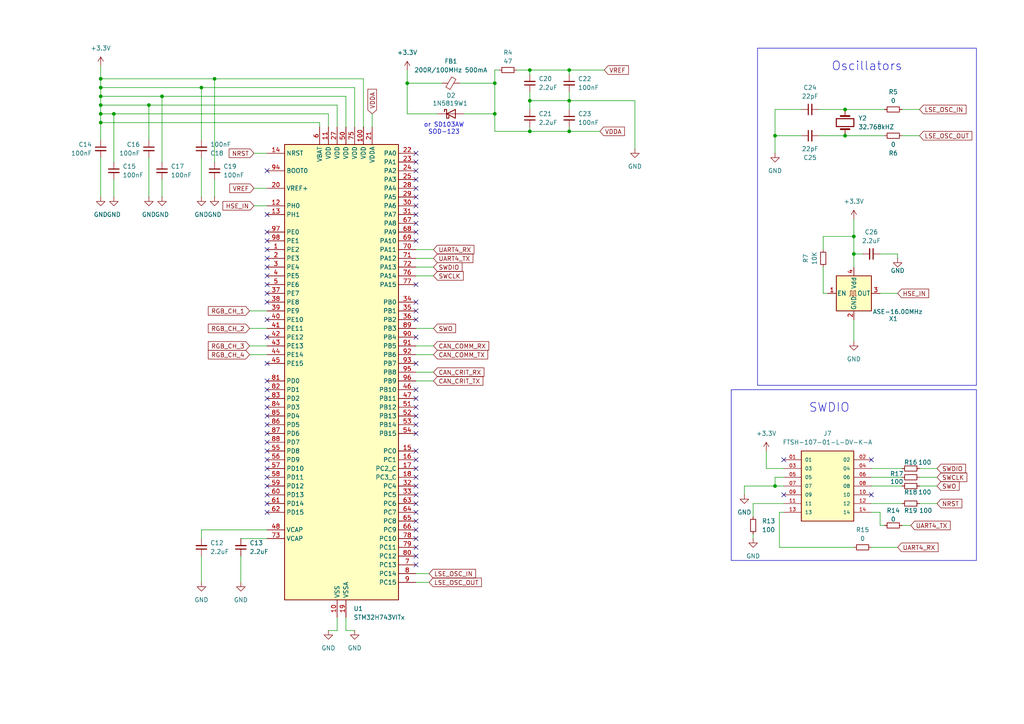
<source format=kicad_sch>
(kicad_sch (version 20231120) (generator "eeschema") (generator_version "8.0")
  (paper "A4")
  (lib_symbols
    (symbol "Device:C_Small" (pin_numbers hide) (pin_names (offset 0.254) hide)
      (property "Reference" "C" (at 0.254 1.778 0))
      (property "Value" "C_Small" (at 0.254 -2.032 0))
      (symbol "C_Small_0_1"
        (polyline (pts (xy -1.524 -0.508) (xy 1.524 -0.508)) (stroke (width 0.3302)))
        (polyline (pts (xy -1.524 0.508) (xy 1.524 0.508)) (stroke (width 0.3048)))
      )
      (symbol "C_Small_1_1"
        (pin passive line (at 0 2.54 270) (length 2.032) (name "~") (number "1"))
        (pin passive line (at 0 -2.54 90) (length 2.032) (name "~") (number "2"))
      )
    )
    (symbol "Device:Crystal" (pin_numbers hide) (pin_names (offset 1.016) hide)
      (property "Reference" "Y" (at 0 3.81 0))
      (property "Value" "Crystal" (at 0 -3.81 0))
      (symbol "Crystal_0_1"
        (rectangle (start -1.143 2.54) (end 1.143 -2.54) (stroke (width 0.3048)))
        (polyline (pts (xy -2.54 0) (xy -1.905 0)))
        (polyline (pts (xy -1.905 -1.27) (xy -1.905 1.27)) (stroke (width 0.508)))
        (polyline (pts (xy 1.905 -1.27) (xy 1.905 1.27)) (stroke (width 0.508)))
        (polyline (pts (xy 2.54 0) (xy 1.905 0)))
      )
      (symbol "Crystal_1_1"
        (pin passive line (at -3.81 0 0) (length 1.27) (name "1") (number "1"))
        (pin passive line (at 3.81 0 180) (length 1.27) (name "2") (number "2"))
      )
    )
    (symbol "Device:FerriteBead_Small" (pin_numbers hide) (pin_names (offset 0))
      (property "Reference" "FB" (at 1.905 1.27 0))
      (property "Value" "FerriteBead_Small" (at 1.905 -1.27 0))
      (symbol "FerriteBead_Small_0_1"
        (polyline (pts (xy 0 -1.27) (xy 0 -0.7874)))
        (polyline (pts (xy 0 0.889) (xy 0 1.2954)))
        (polyline (pts (xy -1.8288 0.2794) (xy -1.1176 1.4986) (xy 1.8288 -0.2032) (xy 1.1176 -1.4224) (xy -1.8288 0.2794)))
      )
      (symbol "FerriteBead_Small_1_1"
        (pin passive line (at 0 2.54 270) (length 1.27) (name "~") (number "1"))
        (pin passive line (at 0 -2.54 90) (length 1.27) (name "~") (number "2"))
      )
    )
    (symbol "Device:R_Small" (pin_numbers hide) (pin_names (offset 0.254) hide)
      (property "Reference" "R" (at 0.762 0.508 0))
      (property "Value" "R_Small" (at 0.762 -1.016 0))
      (symbol "R_Small_0_1"
        (rectangle (start -0.762 1.778) (end 0.762 -1.778) (stroke (width 0.2032)))
      )
      (symbol "R_Small_1_1"
        (pin passive line (at 0 2.54 270) (length 0.762) (name "~") (number "1"))
        (pin passive line (at 0 -2.54 90) (length 0.762) (name "~") (number "2"))
      )
    )
    (symbol "Diode:1N5819WS" (pin_numbers hide) (pin_names (offset 1.016) hide)
      (property "Reference" "D" (at 0 2.54 0))
      (property "Value" "1N5819WS" (at 0 -2.54 0))
      (symbol "1N5819WS_0_1"
        (polyline (pts (xy 1.27 0) (xy -1.27 0)))
        (polyline (pts (xy 1.27 1.27) (xy 1.27 -1.27) (xy -1.27 0) (xy 1.27 1.27)) (stroke (width 0.254)))
        (polyline (pts (xy -1.905 0.635) (xy -1.905 1.27) (xy -1.27 1.27) (xy -1.27 -1.27) (xy -0.635 -1.27) (xy -0.635 -0.635)) (stroke (width 0.254)))
      )
      (symbol "1N5819WS_1_1"
        (pin passive line (at -3.81 0 0) (length 2.54) (name "K") (number "1"))
        (pin passive line (at 3.81 0 180) (length 2.54) (name "A") (number "2"))
      )
    )
    (symbol "FTSH-107-01-L-DV-K-A_1" (pin_names (offset 1.016))
      (property "Reference" "J" (at -7.62 10.16 0))
      (property "Value" "FTSH-107-01-L-DV-K-A" (at -7.62 -12.7 0))
      (symbol "FTSH-107-01-L-DV-K-A_1_0_0"
        (rectangle (start -7.62 -10.16) (end 7.6 10.16) (stroke (width 0.254)) (fill (type background)))
        (pin passive line (at -12.7 7.62 0) (length 5.08) (name "01") (number "01"))
        (pin passive line (at 12.7 7.62 180) (length 5.08) (name "02") (number "02"))
        (pin passive line (at -12.7 5.08 0) (length 5.08) (name "03") (number "03"))
        (pin passive line (at 12.7 5.08 180) (length 5.08) (name "04") (number "04"))
        (pin passive line (at -12.7 2.54 0) (length 5.08) (name "05") (number "05"))
        (pin passive line (at 12.7 2.54 180) (length 5.08) (name "06") (number "06"))
        (pin passive line (at -12.7 0 0) (length 5.08) (name "07") (number "07"))
        (pin passive line (at 12.7 0 180) (length 5.08) (name "08") (number "08"))
        (pin passive line (at -12.7 -2.54 0) (length 5.08) (name "09") (number "09"))
        (pin passive line (at 12.7 -2.54 180) (length 5.08) (name "10") (number "10"))
        (pin passive line (at -12.7 -5.08 0) (length 5.08) (name "11") (number "11"))
        (pin passive line (at 12.7 -5.08 180) (length 5.08) (name "12") (number "12"))
        (pin passive line (at -12.7 -7.62 0) (length 5.08) (name "13") (number "13"))
        (pin passive line (at 12.7 -7.62 180) (length 5.08) (name "14") (number "14"))
      )
    )
    (symbol "MCU_ST_STM32H7:STM32H743VITx"
      (property "Reference" "U" (at -15.24 67.31 0))
      (property "Value" "STM32H743VITx" (at 12.7 67.31 0))
      (symbol "STM32H743VITx_0_1"
        (rectangle (start -15.24 -66.04) (end 17.78 66.04) (stroke (width 0.254)) (fill (type background)))
      )
      (symbol "STM32H743VITx_1_1"
        (pin bidirectional line (at -20.32 35.56 0) (length 5.08) (name "PE2") (number "1"))
        (pin power_in line (at 0 -71.12 90) (length 5.08) (name "VSS") (number "10"))
        (pin power_in line (at 7.62 71.12 270) (length 5.08) (name "VDD") (number "100"))
        (pin power_in line (at -2.54 71.12 270) (length 5.08) (name "VDD") (number "11"))
        (pin bidirectional line (at -20.32 48.26 0) (length 5.08) (name "PH0") (number "12"))
        (pin bidirectional line (at -20.32 45.72 0) (length 5.08) (name "PH1") (number "13"))
        (pin input line (at -20.32 63.5 0) (length 5.08) (name "NRST") (number "14"))
        (pin bidirectional line (at 22.86 -22.86 180) (length 5.08) (name "PC0") (number "15"))
        (pin bidirectional line (at 22.86 -25.4 180) (length 5.08) (name "PC1") (number "16"))
        (pin bidirectional line (at 22.86 -27.94 180) (length 5.08) (name "PC2_C") (number "17"))
        (pin bidirectional line (at 22.86 -30.48 180) (length 5.08) (name "PC3_C") (number "18"))
        (pin power_in line (at 2.54 -71.12 90) (length 5.08) (name "VSSA") (number "19"))
        (pin bidirectional line (at -20.32 33.02 0) (length 5.08) (name "PE3") (number "2"))
        (pin input line (at -20.32 53.34 0) (length 5.08) (name "VREF+") (number "20"))
        (pin power_in line (at 10.16 71.12 270) (length 5.08) (name "VDDA") (number "21"))
        (pin bidirectional line (at 22.86 63.5 180) (length 5.08) (name "PA0") (number "22"))
        (pin bidirectional line (at 22.86 60.96 180) (length 5.08) (name "PA1") (number "23"))
        (pin bidirectional line (at 22.86 58.42 180) (length 5.08) (name "PA2") (number "24"))
        (pin bidirectional line (at 22.86 55.88 180) (length 5.08) (name "PA3") (number "25"))
        (pin passive line (at 0 -71.12 90) (length 5.08) hide (name "VSS") (number "26"))
        (pin power_in line (at 0 71.12 270) (length 5.08) (name "VDD") (number "27"))
        (pin bidirectional line (at 22.86 53.34 180) (length 5.08) (name "PA4") (number "28"))
        (pin bidirectional line (at 22.86 50.8 180) (length 5.08) (name "PA5") (number "29"))
        (pin bidirectional line (at -20.32 30.48 0) (length 5.08) (name "PE4") (number "3"))
        (pin bidirectional line (at 22.86 48.26 180) (length 5.08) (name "PA6") (number "30"))
        (pin bidirectional line (at 22.86 45.72 180) (length 5.08) (name "PA7") (number "31"))
        (pin bidirectional line (at 22.86 -33.02 180) (length 5.08) (name "PC4") (number "32"))
        (pin bidirectional line (at 22.86 -35.56 180) (length 5.08) (name "PC5") (number "33"))
        (pin bidirectional line (at 22.86 20.32 180) (length 5.08) (name "PB0") (number "34"))
        (pin bidirectional line (at 22.86 17.78 180) (length 5.08) (name "PB1") (number "35"))
        (pin bidirectional line (at 22.86 15.24 180) (length 5.08) (name "PB2") (number "36"))
        (pin bidirectional line (at -20.32 22.86 0) (length 5.08) (name "PE7") (number "37"))
        (pin bidirectional line (at -20.32 20.32 0) (length 5.08) (name "PE8") (number "38"))
        (pin bidirectional line (at -20.32 17.78 0) (length 5.08) (name "PE9") (number "39"))
        (pin bidirectional line (at -20.32 27.94 0) (length 5.08) (name "PE5") (number "4"))
        (pin bidirectional line (at -20.32 15.24 0) (length 5.08) (name "PE10") (number "40"))
        (pin bidirectional line (at -20.32 12.7 0) (length 5.08) (name "PE11") (number "41"))
        (pin bidirectional line (at -20.32 10.16 0) (length 5.08) (name "PE12") (number "42"))
        (pin bidirectional line (at -20.32 7.62 0) (length 5.08) (name "PE13") (number "43"))
        (pin bidirectional line (at -20.32 5.08 0) (length 5.08) (name "PE14") (number "44"))
        (pin bidirectional line (at -20.32 2.54 0) (length 5.08) (name "PE15") (number "45"))
        (pin bidirectional line (at 22.86 -5.08 180) (length 5.08) (name "PB10") (number "46"))
        (pin bidirectional line (at 22.86 -7.62 180) (length 5.08) (name "PB11") (number "47"))
        (pin power_out line (at -20.32 -45.72 0) (length 5.08) (name "VCAP") (number "48"))
        (pin passive line (at 0 -71.12 90) (length 5.08) hide (name "VSS") (number "49"))
        (pin bidirectional line (at -20.32 25.4 0) (length 5.08) (name "PE6") (number "5"))
        (pin power_in line (at 2.54 71.12 270) (length 5.08) (name "VDD") (number "50"))
        (pin bidirectional line (at 22.86 -10.16 180) (length 5.08) (name "PB12") (number "51"))
        (pin bidirectional line (at 22.86 -12.7 180) (length 5.08) (name "PB13") (number "52"))
        (pin bidirectional line (at 22.86 -15.24 180) (length 5.08) (name "PB14") (number "53"))
        (pin bidirectional line (at 22.86 -17.78 180) (length 5.08) (name "PB15") (number "54"))
        (pin bidirectional line (at -20.32 -22.86 0) (length 5.08) (name "PD8") (number "55"))
        (pin bidirectional line (at -20.32 -25.4 0) (length 5.08) (name "PD9") (number "56"))
        (pin bidirectional line (at -20.32 -27.94 0) (length 5.08) (name "PD10") (number "57"))
        (pin bidirectional line (at -20.32 -30.48 0) (length 5.08) (name "PD11") (number "58"))
        (pin bidirectional line (at -20.32 -33.02 0) (length 5.08) (name "PD12") (number "59"))
        (pin power_in line (at -5.08 71.12 270) (length 5.08) (name "VBAT") (number "6"))
        (pin bidirectional line (at -20.32 -35.56 0) (length 5.08) (name "PD13") (number "60"))
        (pin bidirectional line (at -20.32 -38.1 0) (length 5.08) (name "PD14") (number "61"))
        (pin bidirectional line (at -20.32 -40.64 0) (length 5.08) (name "PD15") (number "62"))
        (pin bidirectional line (at 22.86 -38.1 180) (length 5.08) (name "PC6") (number "63"))
        (pin bidirectional line (at 22.86 -40.64 180) (length 5.08) (name "PC7") (number "64"))
        (pin bidirectional line (at 22.86 -43.18 180) (length 5.08) (name "PC8") (number "65"))
        (pin bidirectional line (at 22.86 -45.72 180) (length 5.08) (name "PC9") (number "66"))
        (pin bidirectional line (at 22.86 43.18 180) (length 5.08) (name "PA8") (number "67"))
        (pin bidirectional line (at 22.86 40.64 180) (length 5.08) (name "PA9") (number "68"))
        (pin bidirectional line (at 22.86 38.1 180) (length 5.08) (name "PA10") (number "69"))
        (pin bidirectional line (at 22.86 -55.88 180) (length 5.08) (name "PC13") (number "7"))
        (pin bidirectional line (at 22.86 35.56 180) (length 5.08) (name "PA11") (number "70"))
        (pin bidirectional line (at 22.86 33.02 180) (length 5.08) (name "PA12") (number "71"))
        (pin bidirectional line (at 22.86 30.48 180) (length 5.08) (name "PA13") (number "72"))
        (pin power_out line (at -20.32 -48.26 0) (length 5.08) (name "VCAP") (number "73"))
        (pin passive line (at 0 -71.12 90) (length 5.08) hide (name "VSS") (number "74"))
        (pin power_in line (at 5.08 71.12 270) (length 5.08) (name "VDD") (number "75"))
        (pin bidirectional line (at 22.86 27.94 180) (length 5.08) (name "PA14") (number "76"))
        (pin bidirectional line (at 22.86 25.4 180) (length 5.08) (name "PA15") (number "77"))
        (pin bidirectional line (at 22.86 -48.26 180) (length 5.08) (name "PC10") (number "78"))
        (pin bidirectional line (at 22.86 -50.8 180) (length 5.08) (name "PC11") (number "79"))
        (pin bidirectional line (at 22.86 -58.42 180) (length 5.08) (name "PC14") (number "8"))
        (pin bidirectional line (at 22.86 -53.34 180) (length 5.08) (name "PC12") (number "80"))
        (pin bidirectional line (at -20.32 -2.54 0) (length 5.08) (name "PD0") (number "81"))
        (pin bidirectional line (at -20.32 -5.08 0) (length 5.08) (name "PD1") (number "82"))
        (pin bidirectional line (at -20.32 -7.62 0) (length 5.08) (name "PD2") (number "83"))
        (pin bidirectional line (at -20.32 -10.16 0) (length 5.08) (name "PD3") (number "84"))
        (pin bidirectional line (at -20.32 -12.7 0) (length 5.08) (name "PD4") (number "85"))
        (pin bidirectional line (at -20.32 -15.24 0) (length 5.08) (name "PD5") (number "86"))
        (pin bidirectional line (at -20.32 -17.78 0) (length 5.08) (name "PD6") (number "87"))
        (pin bidirectional line (at -20.32 -20.32 0) (length 5.08) (name "PD7") (number "88"))
        (pin bidirectional line (at 22.86 12.7 180) (length 5.08) (name "PB3") (number "89"))
        (pin bidirectional line (at 22.86 -60.96 180) (length 5.08) (name "PC15") (number "9"))
        (pin bidirectional line (at 22.86 10.16 180) (length 5.08) (name "PB4") (number "90"))
        (pin bidirectional line (at 22.86 7.62 180) (length 5.08) (name "PB5") (number "91"))
        (pin bidirectional line (at 22.86 5.08 180) (length 5.08) (name "PB6") (number "92"))
        (pin bidirectional line (at 22.86 2.54 180) (length 5.08) (name "PB7") (number "93"))
        (pin input line (at -20.32 58.42 0) (length 5.08) (name "BOOT0") (number "94"))
        (pin bidirectional line (at 22.86 0 180) (length 5.08) (name "PB8") (number "95"))
        (pin bidirectional line (at 22.86 -2.54 180) (length 5.08) (name "PB9") (number "96"))
        (pin bidirectional line (at -20.32 40.64 0) (length 5.08) (name "PE0") (number "97"))
        (pin bidirectional line (at -20.32 38.1 0) (length 5.08) (name "PE1") (number "98"))
        (pin passive line (at 0 -71.12 90) (length 5.08) hide (name "VSS") (number "99"))
      )
    )
    (symbol "Oscillator:ASE-xxxMHz" (pin_names (offset 0.254))
      (property "Reference" "X" (at -5.08 6.35 0))
      (property "Value" "ASE-xxxMHz" (at 1.27 -6.35 0))
      (symbol "ASE-xxxMHz_0_1"
        (rectangle (start -5.08 5.08) (end 5.08 -5.08) (stroke (width 0.254)) (fill (type background)))
        (polyline (pts (xy -1.27 -0.762) (xy -1.016 -0.762) (xy -1.016 0.762) (xy -0.508 0.762) (xy -0.508 -0.762) (xy 0 -0.762) (xy 0 0.762) (xy 0.508 0.762) (xy 0.508 -0.762) (xy 0.762 -0.762)))
      )
      (symbol "ASE-xxxMHz_1_1"
        (pin input line (at -7.62 0 0) (length 2.54) (name "EN") (number "1"))
        (pin power_in line (at 0 -7.62 90) (length 2.54) (name "GND") (number "2"))
        (pin output line (at 7.62 0 180) (length 2.54) (name "OUT") (number "3"))
        (pin power_in line (at 0 7.62 270) (length 2.54) (name "Vdd") (number "4"))
      )
    )
    (symbol "power:+3.3V" (power) (pin_numbers hide) (pin_names (offset 0) hide)
      (property "Value" "+3.3V" (at 0 3.556 0))
      (symbol "+3.3V_0_1"
        (polyline (pts (xy -0.762 1.27) (xy 0 2.54)))
        (polyline (pts (xy 0 0) (xy 0 2.54)))
        (polyline (pts (xy 0 2.54) (xy 0.762 1.27)))
      )
      (symbol "+3.3V_1_1"
        (pin power_in line (at 0 0 90) (length 0) (name "~") (number "1"))
      )
    )
    (symbol "power:GND" (power) (pin_numbers hide) (pin_names (offset 0) hide)
      (property "Value" "GND" (at 0 -3.81 0))
      (symbol "GND_0_1"
        (polyline (pts (xy 0 0) (xy 0 -1.27) (xy 1.27 -1.27) (xy 0 -2.54) (xy -1.27 -1.27) (xy 0 -1.27)))
      )
      (symbol "GND_1_1"
        (pin power_in line (at 0 0 270) (length 0) (name "~") (number "1"))
      )
    )
  )
  (junction (at 224.79 140.97))
  (junction (at 153.67 29.21))
  (junction (at 247.65 68.58))
  (junction (at 143.51 33.02))
  (junction (at 29.21 25.4))
  (junction (at 43.18 30.48))
  (junction (at 29.21 27.94))
  (junction (at 224.79 39.37))
  (junction (at 143.51 24.13))
  (junction (at 62.23 22.86))
  (junction (at 29.21 22.86))
  (junction (at 247.65 73.66))
  (junction (at 165.1 29.21))
  (junction (at 165.1 20.32))
  (junction (at 29.21 35.56))
  (junction (at 29.21 33.02))
  (junction (at 165.1 38.1))
  (junction (at 33.02 33.02))
  (junction (at 153.67 38.1))
  (junction (at 58.42 25.4))
  (junction (at 245.11 31.75))
  (junction (at 118.11 24.13))
  (junction (at 29.21 30.48))
  (junction (at 245.11 39.37))
  (junction (at 153.67 20.32))
  (junction (at 46.99 27.94))
  (no_connect (at 77.47 146.05))
  (no_connect (at 77.47 130.81))
  (no_connect (at 77.47 110.49))
  (no_connect (at 77.47 138.43))
  (no_connect (at 77.47 69.85))
  (no_connect (at 120.65 148.59))
  (no_connect (at 120.65 97.79))
  (no_connect (at 77.47 82.55))
  (no_connect (at 77.47 118.11))
  (no_connect (at 120.65 44.45))
  (no_connect (at 120.65 57.15))
  (no_connect (at 77.47 115.57))
  (no_connect (at 77.47 135.89))
  (no_connect (at 77.47 97.79))
  (no_connect (at 120.65 113.03))
  (no_connect (at 120.65 123.19))
  (no_connect (at 120.65 90.17))
  (no_connect (at 120.65 82.55))
  (no_connect (at 252.73 133.35))
  (no_connect (at 120.65 140.97))
  (no_connect (at 77.47 49.53))
  (no_connect (at 120.65 135.89))
  (no_connect (at 120.65 92.71))
  (no_connect (at 120.65 153.67))
  (no_connect (at 77.47 133.35))
  (no_connect (at 120.65 120.65))
  (no_connect (at 120.65 151.13))
  (no_connect (at 120.65 130.81))
  (no_connect (at 77.47 125.73))
  (no_connect (at 120.65 49.53))
  (no_connect (at 120.65 52.07))
  (no_connect (at 77.47 143.51))
  (no_connect (at 120.65 133.35))
  (no_connect (at 120.65 161.29))
  (no_connect (at 77.47 105.41))
  (no_connect (at 252.73 143.51))
  (no_connect (at 120.65 118.11))
  (no_connect (at 120.65 67.31))
  (no_connect (at 120.65 115.57))
  (no_connect (at 120.65 46.99))
  (no_connect (at 120.65 64.77))
  (no_connect (at 77.47 67.31))
  (no_connect (at 77.47 128.27))
  (no_connect (at 227.33 133.35))
  (no_connect (at 227.33 143.51))
  (no_connect (at 120.65 138.43))
  (no_connect (at 77.47 140.97))
  (no_connect (at 120.65 146.05))
  (no_connect (at 77.47 87.63))
  (no_connect (at 120.65 156.21))
  (no_connect (at 120.65 69.85))
  (no_connect (at 77.47 74.93))
  (no_connect (at 77.47 148.59))
  (no_connect (at 120.65 125.73))
  (no_connect (at 77.47 77.47))
  (no_connect (at 120.65 87.63))
  (no_connect (at 77.47 92.71))
  (no_connect (at 77.47 62.23))
  (no_connect (at 120.65 158.75))
  (no_connect (at 120.65 163.83))
  (no_connect (at 120.65 105.41))
  (no_connect (at 77.47 80.01))
  (no_connect (at 77.47 120.65))
  (no_connect (at 77.47 113.03))
  (no_connect (at 120.65 54.61))
  (no_connect (at 120.65 59.69))
  (no_connect (at 120.65 143.51))
  (no_connect (at 120.65 62.23))
  (no_connect (at 77.47 85.09))
  (no_connect (at 77.47 123.19))
  (no_connect (at 77.47 72.39))
  (wire (pts (xy 252.73 158.75) (xy 260.35 158.75)))
  (wire (pts (xy 29.21 30.48) (xy 29.21 33.02)))
  (wire (pts (xy 118.11 24.13) (xy 118.11 33.02)))
  (wire (pts (xy 165.1 26.67) (xy 165.1 29.21)))
  (wire (pts (xy 120.65 102.87) (xy 125.73 102.87)))
  (wire (pts (xy 240.03 85.09) (xy 238.76 85.09)))
  (wire (pts (xy 100.33 27.94) (xy 46.99 27.94)))
  (wire (pts (xy 118.11 33.02) (xy 127 33.02)))
  (wire (pts (xy 29.21 33.02) (xy 33.02 33.02)))
  (wire (pts (xy 100.33 36.83) (xy 100.33 27.94)))
  (wire (pts (xy 33.02 33.02) (xy 33.02 46.99)))
  (wire (pts (xy 120.65 100.33) (xy 125.73 100.33)))
  (wire (pts (xy 120.65 107.95) (xy 125.73 107.95)))
  (wire (pts (xy 97.79 36.83) (xy 97.79 30.48)))
  (wire (pts (xy 92.71 35.56) (xy 92.71 36.83)))
  (wire (pts (xy 72.39 100.33) (xy 77.47 100.33)))
  (wire (pts (xy 77.47 153.67) (xy 58.42 153.67)))
  (wire (pts (xy 143.51 20.32) (xy 143.51 24.13)))
  (wire (pts (xy 120.65 95.25) (xy 125.73 95.25)))
  (wire (pts (xy 224.79 31.75) (xy 224.79 39.37)))
  (wire (pts (xy 144.78 20.32) (xy 143.51 20.32)))
  (wire (pts (xy 224.79 39.37) (xy 224.79 44.45)))
  (wire (pts (xy 149.86 20.32) (xy 153.67 20.32)))
  (wire (pts (xy 73.66 54.61) (xy 77.47 54.61)))
  (wire (pts (xy 29.21 35.56) (xy 92.71 35.56)))
  (wire (pts (xy 247.65 68.58) (xy 247.65 63.5)))
  (wire (pts (xy 97.79 182.88) (xy 95.25 182.88)))
  (wire (pts (xy 215.9 140.97) (xy 224.79 140.97)))
  (wire (pts (xy 33.02 52.07) (xy 33.02 57.15)))
  (wire (pts (xy 266.7 146.05) (xy 271.78 146.05)))
  (wire (pts (xy 120.65 168.91) (xy 124.46 168.91)))
  (wire (pts (xy 271.78 140.97) (xy 266.7 140.97)))
  (wire (pts (xy 100.33 179.07) (xy 100.33 182.88)))
  (wire (pts (xy 252.73 138.43) (xy 261.62 138.43)))
  (wire (pts (xy 252.73 148.59) (xy 255.27 148.59)))
  (wire (pts (xy 165.1 20.32) (xy 175.26 20.32)))
  (wire (pts (xy 97.79 179.07) (xy 97.79 182.88)))
  (wire (pts (xy 245.11 39.37) (xy 256.54 39.37)))
  (wire (pts (xy 77.47 156.21) (xy 69.85 156.21)))
  (wire (pts (xy 184.15 43.18) (xy 184.15 29.21)))
  (wire (pts (xy 95.25 36.83) (xy 95.25 33.02)))
  (wire (pts (xy 165.1 38.1) (xy 165.1 36.83)))
  (wire (pts (xy 218.44 156.21) (xy 218.44 154.94)))
  (wire (pts (xy 184.15 29.21) (xy 165.1 29.21)))
  (wire (pts (xy 255.27 148.59) (xy 255.27 152.4)))
  (wire (pts (xy 100.33 182.88) (xy 102.87 182.88)))
  (wire (pts (xy 165.1 29.21) (xy 165.1 31.75)))
  (wire (pts (xy 97.79 30.48) (xy 43.18 30.48)))
  (wire (pts (xy 58.42 25.4) (xy 29.21 25.4)))
  (wire (pts (xy 143.51 33.02) (xy 143.51 24.13)))
  (wire (pts (xy 46.99 27.94) (xy 29.21 27.94)))
  (wire (pts (xy 72.39 95.25) (xy 77.47 95.25)))
  (wire (pts (xy 238.76 68.58) (xy 247.65 68.58)))
  (wire (pts (xy 227.33 140.97) (xy 224.79 140.97)))
  (wire (pts (xy 29.21 27.94) (xy 29.21 30.48)))
  (wire (pts (xy 252.73 140.97) (xy 261.62 140.97)))
  (wire (pts (xy 227.33 148.59) (xy 226.06 148.59)))
  (wire (pts (xy 271.78 135.89) (xy 266.7 135.89)))
  (wire (pts (xy 62.23 22.86) (xy 29.21 22.86)))
  (wire (pts (xy 153.67 38.1) (xy 153.67 36.83)))
  (wire (pts (xy 46.99 52.07) (xy 46.99 57.15)))
  (wire (pts (xy 238.76 85.09) (xy 238.76 77.47)))
  (wire (pts (xy 153.67 20.32) (xy 165.1 20.32)))
  (wire (pts (xy 238.76 72.39) (xy 238.76 68.58)))
  (wire (pts (xy 153.67 26.67) (xy 153.67 29.21)))
  (wire (pts (xy 62.23 22.86) (xy 62.23 46.99)))
  (wire (pts (xy 107.95 33.02) (xy 107.95 36.83)))
  (wire (pts (xy 218.44 146.05) (xy 227.33 146.05)))
  (wire (pts (xy 95.25 33.02) (xy 33.02 33.02)))
  (wire (pts (xy 143.51 38.1) (xy 153.67 38.1)))
  (wire (pts (xy 218.44 146.05) (xy 218.44 149.86)))
  (wire (pts (xy 73.66 44.45) (xy 77.47 44.45)))
  (wire (pts (xy 102.87 25.4) (xy 58.42 25.4)))
  (wire (pts (xy 264.16 152.4) (xy 261.62 152.4)))
  (wire (pts (xy 29.21 22.86) (xy 29.21 25.4)))
  (wire (pts (xy 224.79 39.37) (xy 232.41 39.37)))
  (wire (pts (xy 237.49 39.37) (xy 245.11 39.37)))
  (wire (pts (xy 120.65 80.01) (xy 125.73 80.01)))
  (wire (pts (xy 134.62 33.02) (xy 143.51 33.02)))
  (wire (pts (xy 58.42 25.4) (xy 58.42 40.64)))
  (wire (pts (xy 118.11 20.32) (xy 118.11 24.13)))
  (wire (pts (xy 256.54 152.4) (xy 255.27 152.4)))
  (wire (pts (xy 43.18 30.48) (xy 29.21 30.48)))
  (wire (pts (xy 215.9 140.97) (xy 215.9 143.51)))
  (wire (pts (xy 120.65 74.93) (xy 125.73 74.93)))
  (wire (pts (xy 153.67 38.1) (xy 165.1 38.1)))
  (wire (pts (xy 261.62 39.37) (xy 266.7 39.37)))
  (wire (pts (xy 247.65 68.58) (xy 247.65 73.66)))
  (wire (pts (xy 232.41 31.75) (xy 224.79 31.75)))
  (wire (pts (xy 105.41 36.83) (xy 105.41 22.86)))
  (wire (pts (xy 43.18 30.48) (xy 43.18 40.64)))
  (wire (pts (xy 120.65 77.47) (xy 125.73 77.47)))
  (wire (pts (xy 245.11 31.75) (xy 256.54 31.75)))
  (wire (pts (xy 62.23 52.07) (xy 62.23 57.15)))
  (wire (pts (xy 43.18 45.72) (xy 43.18 57.15)))
  (wire (pts (xy 247.65 77.47) (xy 247.65 73.66)))
  (wire (pts (xy 252.73 135.89) (xy 261.62 135.89)))
  (wire (pts (xy 247.65 92.71) (xy 247.65 99.06)))
  (wire (pts (xy 143.51 33.02) (xy 143.51 38.1)))
  (wire (pts (xy 224.79 138.43) (xy 227.33 138.43)))
  (wire (pts (xy 29.21 35.56) (xy 29.21 40.64)))
  (wire (pts (xy 72.39 90.17) (xy 77.47 90.17)))
  (wire (pts (xy 153.67 29.21) (xy 153.67 31.75)))
  (wire (pts (xy 120.65 166.37) (xy 124.46 166.37)))
  (wire (pts (xy 29.21 25.4) (xy 29.21 27.94)))
  (wire (pts (xy 255.27 73.66) (xy 260.35 73.66)))
  (wire (pts (xy 102.87 36.83) (xy 102.87 25.4)))
  (wire (pts (xy 120.65 72.39) (xy 125.73 72.39)))
  (wire (pts (xy 165.1 20.32) (xy 165.1 21.59)))
  (wire (pts (xy 224.79 140.97) (xy 224.79 138.43)))
  (wire (pts (xy 128.27 24.13) (xy 118.11 24.13)))
  (wire (pts (xy 271.78 138.43) (xy 266.7 138.43)))
  (wire (pts (xy 260.35 73.66) (xy 260.35 74.93)))
  (wire (pts (xy 72.39 102.87) (xy 77.47 102.87)))
  (wire (pts (xy 153.67 29.21) (xy 165.1 29.21)))
  (wire (pts (xy 252.73 146.05) (xy 261.62 146.05)))
  (wire (pts (xy 165.1 38.1) (xy 173.99 38.1)))
  (wire (pts (xy 143.51 24.13) (xy 133.35 24.13)))
  (wire (pts (xy 237.49 31.75) (xy 245.11 31.75)))
  (wire (pts (xy 222.25 135.89) (xy 227.33 135.89)))
  (wire (pts (xy 255.27 85.09) (xy 260.35 85.09)))
  (wire (pts (xy 69.85 161.29) (xy 69.85 168.91)))
  (wire (pts (xy 58.42 168.91) (xy 58.42 161.29)))
  (wire (pts (xy 29.21 45.72) (xy 29.21 57.15)))
  (wire (pts (xy 222.25 130.81) (xy 222.25 135.89)))
  (wire (pts (xy 29.21 33.02) (xy 29.21 35.56)))
  (wire (pts (xy 58.42 45.72) (xy 58.42 57.15)))
  (wire (pts (xy 46.99 27.94) (xy 46.99 46.99)))
  (wire (pts (xy 73.66 59.69) (xy 77.47 59.69)))
  (wire (pts (xy 226.06 148.59) (xy 226.06 158.75)))
  (wire (pts (xy 58.42 153.67) (xy 58.42 156.21)))
  (wire (pts (xy 29.21 19.05) (xy 29.21 22.86)))
  (wire (pts (xy 226.06 158.75) (xy 247.65 158.75)))
  (wire (pts (xy 105.41 22.86) (xy 62.23 22.86)))
  (wire (pts (xy 120.65 110.49) (xy 125.73 110.49)))
  (wire (pts (xy 261.62 31.75) (xy 266.7 31.75)))
  (wire (pts (xy 153.67 20.32) (xy 153.67 21.59)))
  (wire (pts (xy 247.65 73.66) (xy 250.19 73.66)))
  (rectangle (start 212.09 113.03) (end 283.21 162.56))
  (rectangle (start 219.71 13.97) (end 283.21 111.76))
  (text "SWDIO" (at 240.538 118.364 0) (effects (font (size 2.54 2.54))))
  (text "or SD103AW\nSOD-123" (at 128.778 37.338 0) (effects (font (size 1.27 1.27))))
  (text "Oscillators\n" (at 251.46 19.304 0) (effects (font (size 2.54 2.54))))
  (global_label "CAN_CRIT_TX" (shape input) (at 125.73 110.49 0) (property "Intersheetrefs" "${INTERSHEET_REFS}" (effects (hide yes))))
  (global_label "RGB_CH_4" (shape input) (at 72.39 102.87 180) (property "Intersheetrefs" "${INTERSHEET_REFS}" (effects (hide yes))))
  (global_label "SWDIO" (shape input) (at 271.78 135.89 0) (property "Intersheetrefs" "${INTERSHEET_REFS}" (effects (hide yes))))
  (global_label "RGB_CH_2" (shape input) (at 72.39 95.25 180) (property "Intersheetrefs" "${INTERSHEET_REFS}" (effects (hide yes))))
  (global_label "SWO" (shape input) (at 125.73 95.25 0) (property "Intersheetrefs" "${INTERSHEET_REFS}" (effects (hide yes))))
  (global_label "CAN_COMM_RX" (shape input) (at 125.73 100.33 0) (property "Intersheetrefs" "${INTERSHEET_REFS}" (effects (hide yes))))
  (global_label "SWO" (shape input) (at 271.78 140.97 0) (property "Intersheetrefs" "${INTERSHEET_REFS}" (effects (hide yes))))
  (global_label "RGB_CH_3" (shape input) (at 72.39 100.33 180) (property "Intersheetrefs" "${INTERSHEET_REFS}" (effects (hide yes))))
  (global_label "VREF" (shape input) (at 73.66 54.61 180) (property "Intersheetrefs" "${INTERSHEET_REFS}" (effects (hide yes))))
  (global_label "UART4_RX" (shape input) (at 260.35 158.75 0) (property "Intersheetrefs" "${INTERSHEET_REFS}" (effects (hide yes))))
  (global_label "HSE_IN" (shape input) (at 260.35 85.09 0) (property "Intersheetrefs" "${INTERSHEET_REFS}" (effects (hide yes))))
  (global_label "RGB_CH_1" (shape input) (at 72.39 90.17 180) (property "Intersheetrefs" "${INTERSHEET_REFS}" (effects (hide yes))))
  (global_label "VREF" (shape input) (at 175.26 20.32 0) (property "Intersheetrefs" "${INTERSHEET_REFS}" (effects (hide yes))))
  (global_label "NRST" (shape input) (at 271.78 146.05 0) (property "Intersheetrefs" "${INTERSHEET_REFS}" (effects (hide yes))))
  (global_label "VDDA" (shape input) (at 107.95 33.02 90) (property "Intersheetrefs" "${INTERSHEET_REFS}" (effects (hide yes))))
  (global_label "SWDIO" (shape input) (at 125.73 77.47 0) (property "Intersheetrefs" "${INTERSHEET_REFS}" (effects (hide yes))))
  (global_label "SWCLK" (shape input) (at 271.78 138.43 0) (property "Intersheetrefs" "${INTERSHEET_REFS}" (effects (hide yes))))
  (global_label "UART4_TX" (shape input) (at 264.16 152.4 0) (property "Intersheetrefs" "${INTERSHEET_REFS}" (effects (hide yes))))
  (global_label "LSE_OSC_IN" (shape input) (at 124.46 166.37 0) (property "Intersheetrefs" "${INTERSHEET_REFS}" (effects (hide yes))))
  (global_label "LSE_OSC_IN" (shape input) (at 266.7 31.75 0) (property "Intersheetrefs" "${INTERSHEET_REFS}" (effects (hide yes))))
  (global_label "HSE_IN" (shape input) (at 73.66 59.69 180) (property "Intersheetrefs" "${INTERSHEET_REFS}" (effects (hide yes))))
  (global_label "VDDA" (shape input) (at 173.99 38.1 0) (property "Intersheetrefs" "${INTERSHEET_REFS}" (effects (hide yes))))
  (global_label "CAN_CRIT_RX" (shape input) (at 125.73 107.95 0) (property "Intersheetrefs" "${INTERSHEET_REFS}" (effects (hide yes))))
  (global_label "NRST" (shape input) (at 73.66 44.45 180) (property "Intersheetrefs" "${INTERSHEET_REFS}" (effects (hide yes))))
  (global_label "UART4_TX" (shape input) (at 125.73 74.93 0) (property "Intersheetrefs" "${INTERSHEET_REFS}" (effects (hide yes))))
  (global_label "CAN_COMM_TX" (shape input) (at 125.73 102.87 0) (property "Intersheetrefs" "${INTERSHEET_REFS}" (effects (hide yes))))
  (global_label "LSE_OSC_OUT" (shape input) (at 266.7 39.37 0) (property "Intersheetrefs" "${INTERSHEET_REFS}" (effects (hide yes))))
  (global_label "SWCLK" (shape input) (at 125.73 80.01 0) (property "Intersheetrefs" "${INTERSHEET_REFS}" (effects (hide yes))))
  (global_label "LSE_OSC_OUT" (shape input) (at 124.46 168.91 0) (property "Intersheetrefs" "${INTERSHEET_REFS}" (effects (hide yes))))
  (global_label "UART4_RX" (shape input) (at 125.73 72.39 0) (property "Intersheetrefs" "${INTERSHEET_REFS}" (effects (hide yes))))
  (symbol (lib_id "power:GND") (at 218.44 156.21 0) (unit 1)
    (property "Reference" "#PWR061" (effects (hide yes)))
    (property "Value" "GND" (at 218.44 161.29 0))
    (property "Description" "Power symbol creates a global label with name \"GND\" , ground" (effects (hide yes)))
  )
  (symbol (lib_name "FTSH-107-01-L-DV-K-A_1") (lib_id "FTSH-107-01-L-DV-K-A:FTSH-107-01-L-DV-K-A") (at 240.03 140.97 0) (unit 1)
    (property "Reference" "J7" (at 240.02 125.73 0))
    (property "Value" "FTSH-107-01-L-DV-K-A" (at 240.02 128.27 0))
    (property "Footprint" "FTSH:SAMTEC_FTSH-107-01-L-DV-K-A" (effects (hide yes)))
    (property "PARTREV" "H" (effects (hide yes)))
    (property "STANDARD" "Manufacturer Recommendation" (effects (hide yes)))
    (property "MAXIMUM_PACKAGE_HEIGHT" "6.23mm" (effects (hide yes)))
    (property "MANUFACTURER" "Samtec" (effects (hide yes)))
  )
  (symbol (lib_id "Diode:1N5819WS") (at 130.81 33.02 0) (unit 1)
    (property "Reference" "D2" (at 130.81 27.686 0))
    (property "Value" "1N5819W1" (at 130.556 29.972 0))
    (property "Footprint" "Diode_SMD:D_SOD-123" (effects (hide yes)))
    (property "Datasheet" "https://datasheet.lcsc.com/lcsc/2204281430_Guangdong-Hottech-1N5819WS_C191023.pdf" (effects (hide yes)))
    (property "Description" "40V 600mV@1A 1A SOD-323 Schottky Barrier Diodes, SOD-323" (effects (hide yes)))
    (property "LCSC" "C963381" (effects (hide yes)))
    (property "MPN" "1N5819W" (effects (hide yes)))
  )
  (symbol (lib_id "power:+3.3V") (at 118.11 20.32 0) (mirror y) (unit 1)
    (property "Reference" "#PWR027" (effects (hide yes)))
    (property "Value" "+3.3V" (at 118.11 15.24 0))
    (property "Description" "Power symbol creates a global label with name \"+3.3V\"" (effects (hide yes)))
  )
  (symbol (lib_id "power:GND") (at 58.42 168.91 0) (unit 1)
    (property "Reference" "#PWR016" (effects (hide yes)))
    (property "Value" "GND" (at 58.42 173.99 0))
    (property "Description" "Power symbol creates a global label with name \"GND\" , ground" (effects (hide yes)))
  )
  (symbol (lib_id "power:GND") (at 102.87 182.88 0) (unit 1)
    (property "Reference" "#PWR018" (effects (hide yes)))
    (property "Value" "GND" (at 102.87 187.96 0))
    (property "Description" "Power symbol creates a global label with name \"GND\" , ground" (effects (hide yes)))
  )
  (symbol (lib_id "Device:C_Small") (at 58.42 158.75 180) (unit 1)
    (property "Reference" "C12" (at 60.96 157.4735 0) (effects (justify right)))
    (property "Value" "2.2uF" (at 60.96 160.0135 0) (effects (justify right)))
    (property "Footprint" "Capacitor_SMD:C_0603_1608Metric" (effects (hide yes)))
    (property "Description" "Unpolarized capacitor, small symbol" (effects (hide yes)))
    (property "LCSC" "C914769" (effects (hide yes)))
    (property "Manufacturer" "CC0603KRX7R7BB225" (effects (hide yes)))
  )
  (symbol (lib_id "Device:C_Small") (at 46.99 49.53 0) (unit 1)
    (property "Reference" "C17" (at 49.53 48.2662 0) (effects (justify left)))
    (property "Value" "100nF" (at 49.53 50.8062 0) (effects (justify left)))
    (property "Footprint" "Capacitor_SMD:C_0603_1608Metric" (effects (hide yes)))
    (property "Description" "Unpolarized capacitor, small symbol" (effects (hide yes)))
    (property "LCSC" "C91183" (effects (hide yes)))
    (property "Manufacturer" "CC0603JRX7R9BB104" (effects (hide yes)))
  )
  (symbol (lib_id "power:GND") (at 260.35 74.93 0) (unit 1)
    (property "Reference" "#PWR032" (effects (hide yes)))
    (property "Value" "GND" (at 260.35 78.486 0))
    (property "Description" "Power symbol creates a global label with name \"GND\" , ground" (effects (hide yes)))
  )
  (symbol (lib_id "power:+3.3V") (at 29.21 19.05 0) (unit 1)
    (property "Reference" "#PWR019" (effects (hide yes)))
    (property "Value" "+3.3V" (at 29.21 13.97 0))
    (property "Description" "Power symbol creates a global label with name \"+3.3V\"" (effects (hide yes)))
  )
  (symbol (lib_id "Oscillator:ASE-xxxMHz") (at 247.65 85.09 0) (unit 1)
    (property "Reference" "X1" (at 259.08 92.456 0))
    (property "Value" "ASE-16.00MHz" (at 260.35 90.424 0))
    (property "Footprint" "Oscillator:Oscillator_SMD_Abracon_ASE-4Pin_3.2x2.5mm" (effects (hide yes)))
    (property "Datasheet" "http://www.abracon.com/Oscillators/ASV.pdf" (effects (hide yes)))
    (property "Description" "3.3V CMOS SMD Crystal Clock Oscillator, Abracon" (effects (hide yes)))
    (property "LCSC" "C1852578" (effects (hide yes)))
    (property "Manufacturer" "ASEAIG-16.000MHZ-X-K-S-T" (effects (hide yes)))
  )
  (symbol (lib_id "Device:R_Small") (at 259.08 39.37 90) (mirror x) (unit 1)
    (property "Reference" "R6" (at 259.08 44.45 90))
    (property "Value" "0" (at 259.08 41.91 90))
    (property "Footprint" "Resistor_SMD:R_0603_1608Metric" (effects (hide yes)))
    (property "Description" "Resistor, small symbol" (effects (hide yes)))
    (property "LCSC" "C95177" (effects (hide yes)))
    (property "Manufacturer" "RC0603JR-070RL" (effects (hide yes)))
    (property "Comment" "to be selected later" (effects (hide yes)))
  )
  (symbol (lib_id "power:GND") (at 62.23 57.15 0) (unit 1)
    (property "Reference" "#PWR026" (effects (hide yes)))
    (property "Value" "GND" (at 62.23 62.23 0))
    (property "Description" "Power symbol creates a global label with name \"GND\" , ground" (effects (hide yes)))
  )
  (symbol (lib_id "Device:R_Small") (at 264.16 140.97 90) (mirror x) (unit 1)
    (property "Reference" "R18" (at 264.16 142.748 90))
    (property "Value" "100" (at 268.224 142.748 90))
    (property "Footprint" "Resistor_SMD:R_0603_1608Metric" (effects (hide yes)))
    (property "Description" "Resistor, small symbol" (effects (hide yes)))
    (property "Manufacturer" "RT0603BRD07100RL" (effects (hide yes)))
    (property "LCSC" "C122970" (effects (hide yes)))
  )
  (symbol (lib_id "Device:C_Small") (at 33.02 49.53 0) (unit 1)
    (property "Reference" "C15" (at 35.56 48.2662 0) (effects (justify left)))
    (property "Value" "100nF" (at 35.56 50.8062 0) (effects (justify left)))
    (property "Footprint" "Capacitor_SMD:C_0603_1608Metric" (effects (hide yes)))
    (property "Description" "Unpolarized capacitor, small symbol" (effects (hide yes)))
    (property "LCSC" "C91183" (effects (hide yes)))
    (property "Manufacturer" "CC0603JRX7R9BB104" (effects (hide yes)))
  )
  (symbol (lib_id "Device:C_Small") (at 234.95 39.37 90) (mirror x) (unit 1)
    (property "Reference" "C25" (at 234.9563 45.72 90))
    (property "Value" "22pF" (at 234.9563 43.18 90))
    (property "Footprint" "Capacitor_SMD:C_0603_1608Metric" (effects (hide yes)))
    (property "Description" "Unpolarized capacitor, small symbol" (effects (hide yes)))
    (property "LCSC" "C326840" (effects (hide yes)))
    (property "Manufacturer" "CC0603FRNPO9BN220" (effects (hide yes)))
  )
  (symbol (lib_id "Device:C_Small") (at 153.67 24.13 180) (unit 1)
    (property "Reference" "C20" (at 156.21 22.8535 0) (effects (justify right)))
    (property "Value" "2.2uF" (at 156.21 25.3935 0) (effects (justify right)))
    (property "Footprint" "Capacitor_SMD:C_0603_1608Metric" (effects (hide yes)))
    (property "Description" "Unpolarized capacitor, small symbol" (effects (hide yes)))
    (property "LCSC" "C914769" (effects (hide yes)))
    (property "Manufacturer" "CC0603KRX7R7BB225" (effects (hide yes)))
  )
  (symbol (lib_id "Device:C_Small") (at 153.67 34.29 180) (unit 1)
    (property "Reference" "C21" (at 156.21 33.0135 0) (effects (justify right)))
    (property "Value" "2.2uF" (at 156.21 35.5535 0) (effects (justify right)))
    (property "Footprint" "Capacitor_SMD:C_0603_1608Metric" (effects (hide yes)))
    (property "Description" "Unpolarized capacitor, small symbol" (effects (hide yes)))
    (property "LCSC" "C914769" (effects (hide yes)))
    (property "Manufacturer" "CC0603KRX7R7BB225" (effects (hide yes)))
  )
  (symbol (lib_id "power:GND") (at 184.15 43.18 0) (unit 1)
    (property "Reference" "#PWR028" (effects (hide yes)))
    (property "Value" "GND" (at 184.15 48.26 0))
    (property "Description" "Power symbol creates a global label with name \"GND\" , ground" (effects (hide yes)))
  )
  (symbol (lib_id "power:GND") (at 46.99 57.15 0) (unit 1)
    (property "Reference" "#PWR024" (effects (hide yes)))
    (property "Value" "GND" (at 46.99 62.23 0))
    (property "Description" "Power symbol creates a global label with name \"GND\" , ground" (effects (hide yes)))
  )
  (symbol (lib_id "Device:FerriteBead_Small") (at 130.81 24.13 90) (unit 1)
    (property "Reference" "FB1" (at 130.7719 17.78 90))
    (property "Value" "200R/100MHz 500mA" (at 130.7719 20.32 90))
    (property "Footprint" "Inductor_SMD:L_0805_2012Metric" (effects (hide yes)))
    (property "Description" "Ferrite bead, small symbol" (effects (hide yes)))
    (property "LCSC" "C7541655" (effects (hide yes)))
    (property "Model" "YI201209U201-4R0T" (effects (hide yes)))
    (property "MPN" "YI201209U201-4R0T" (effects (hide yes)))
  )
  (symbol (lib_id "Device:Crystal") (at 245.11 35.56 90) (unit 1)
    (property "Reference" "Y2" (at 248.92 34.2899 90) (effects (justify right)))
    (property "Value" "32.768kHZ" (at 248.92 36.8299 90) (effects (justify right)))
    (property "Footprint" "Crystal:Crystal_SMD_3215-2Pin_3.2x1.5mm" (effects (hide yes)))
    (property "Description" "Two pin crystal" (effects (hide yes)))
    (property "LCSC" "C1985604" (effects (hide yes)))
    (property "Manufacturer" "ABS07AIG-32.768KHZ-T" (effects (hide yes)))
    (property "Comment" "Максимално къси пътечки" (effects (hide yes)))
  )
  (symbol (lib_id "Device:R_Small") (at 147.32 20.32 90) (unit 1)
    (property "Reference" "R4" (at 147.32 15.24 90))
    (property "Value" "47" (at 147.32 17.78 90))
    (property "Footprint" "Resistor_SMD:R_0603_1608Metric" (effects (hide yes)))
    (property "Description" "Resistor, small symbol" (effects (hide yes)))
    (property "LCSC" "C326724" (effects (hide yes)))
    (property "Manufacturer" "RT0603BRD0747RL" (effects (hide yes)))
  )
  (symbol (lib_id "Device:C_Small") (at 165.1 24.13 0) (unit 1)
    (property "Reference" "C22" (at 167.64 22.8662 0) (effects (justify left)))
    (property "Value" "100nF" (at 167.64 25.4062 0) (effects (justify left)))
    (property "Footprint" "Capacitor_SMD:C_0603_1608Metric" (effects (hide yes)))
    (property "Description" "Unpolarized capacitor, small symbol" (effects (hide yes)))
    (property "LCSC" "C91183" (effects (hide yes)))
    (property "Manufacturer" "CC0603JRX7R9BB104" (effects (hide yes)))
  )
  (symbol (lib_id "power:GND") (at 29.21 57.15 0) (unit 1)
    (property "Reference" "#PWR021" (effects (hide yes)))
    (property "Value" "GND" (at 29.21 62.23 0))
    (property "Description" "Power symbol creates a global label with name \"GND\" , ground" (effects (hide yes)))
  )
  (symbol (lib_id "power:GND") (at 224.79 44.45 0) (unit 1)
    (property "Reference" "#PWR029" (effects (hide yes)))
    (property "Value" "GND" (at 224.79 49.53 0))
    (property "Description" "Power symbol creates a global label with name \"GND\" , ground" (effects (hide yes)))
  )
  (symbol (lib_id "Device:R_Small") (at 218.44 152.4 0) (unit 1)
    (property "Reference" "R13" (at 220.98 151.1299 0) (effects (justify left)))
    (property "Value" "100" (at 220.98 153.6699 0) (effects (justify left)))
    (property "Footprint" "Resistor_SMD:R_0603_1608Metric" (effects (hide yes)))
    (property "Description" "Resistor, small symbol" (effects (hide yes)))
    (property "Manufacturer" "RT0603BRD07100RL" (effects (hide yes)))
    (property "LCSC" "C122970" (effects (hide yes)))
  )
  (symbol (lib_id "Device:R_Small") (at 259.08 31.75 90) (unit 1)
    (property "Reference" "R5" (at 259.08 26.67 90))
    (property "Value" "0" (at 259.08 29.21 90))
    (property "Footprint" "Resistor_SMD:R_0603_1608Metric" (effects (hide yes)))
    (property "Description" "Resistor, small symbol" (effects (hide yes)))
    (property "LCSC" "C95177" (effects (hide yes)))
    (property "Manufacturer" "RC0603JR-070RL" (effects (hide yes)))
    (property "Comment" "to be selected later" (effects (hide yes)))
  )
  (symbol (lib_id "power:GND") (at 69.85 168.91 0) (unit 1)
    (property "Reference" "#PWR020" (effects (hide yes)))
    (property "Value" "GND" (at 69.85 173.99 0))
    (property "Description" "Power symbol creates a global label with name \"GND\" , ground" (effects (hide yes)))
  )
  (symbol (lib_id "Device:C_Small") (at 69.85 158.75 180) (unit 1)
    (property "Reference" "C13" (at 72.39 157.4735 0) (effects (justify right)))
    (property "Value" "2.2uF" (at 72.39 160.0135 0) (effects (justify right)))
    (property "Footprint" "Capacitor_SMD:C_0603_1608Metric" (effects (hide yes)))
    (property "Description" "Unpolarized capacitor, small symbol" (effects (hide yes)))
    (property "LCSC" "C914769" (effects (hide yes)))
    (property "Manufacturer" "CC0603KRX7R7BB225" (effects (hide yes)))
  )
  (symbol (lib_id "Device:R_Small") (at 238.76 74.93 180) (unit 1)
    (property "Reference" "R7" (at 233.68 74.93 90))
    (property "Value" "10K" (at 236.22 74.93 90))
    (property "Footprint" "Resistor_SMD:R_0805_2012Metric" (effects (hide yes)))
    (property "Description" "Resistor, small symbol" (effects (hide yes)))
    (property "LCSC" "C84376" (effects (hide yes)))
    (property "Manufacturer" "  RC0805FR-0710KL" (effects (hide yes)))
  )
  (symbol (lib_id "power:+3.3V") (at 222.25 130.81 0) (mirror y) (unit 1)
    (property "Reference" "#PWR062" (effects (hide yes)))
    (property "Value" "+3.3V" (at 222.25 125.73 0))
    (property "Description" "Power symbol creates a global label with name \"+3.3V\"" (effects (hide yes)))
  )
  (symbol (lib_id "Device:C_Small") (at 252.73 73.66 270) (unit 1)
    (property "Reference" "C26" (at 252.7236 67.31 90))
    (property "Value" "2.2uF" (at 252.7236 69.85 90))
    (property "Footprint" "Capacitor_SMD:C_0603_1608Metric" (effects (hide yes)))
    (property "Description" "Unpolarized capacitor, small symbol" (effects (hide yes)))
    (property "LCSC" "C914769" (effects (hide yes)))
    (property "Manufacturer" "CC0603KRX7R7BB225" (effects (hide yes)))
  )
  (symbol (lib_id "Device:C_Small") (at 58.42 43.18 0) (mirror x) (unit 1)
    (property "Reference" "C18" (at 60.96 44.4438 0) (effects (justify left)))
    (property "Value" "100nF" (at 60.96 41.9038 0) (effects (justify left)))
    (property "Footprint" "Capacitor_SMD:C_0603_1608Metric" (effects (hide yes)))
    (property "Description" "Unpolarized capacitor, small symbol" (effects (hide yes)))
    (property "LCSC" "C91183" (effects (hide yes)))
    (property "Manufacturer" "CC0603JRX7R9BB104" (effects (hide yes)))
  )
  (symbol (lib_id "Device:C_Small") (at 62.23 49.53 0) (unit 1)
    (property "Reference" "C19" (at 64.77 48.2662 0) (effects (justify left)))
    (property "Value" "100nF" (at 64.77 50.8062 0) (effects (justify left)))
    (property "Footprint" "Capacitor_SMD:C_0603_1608Metric" (effects (hide yes)))
    (property "Description" "Unpolarized capacitor, small symbol" (effects (hide yes)))
    (property "LCSC" "C91183" (effects (hide yes)))
    (property "Manufacturer" "CC0603JRX7R9BB104" (effects (hide yes)))
  )
  (symbol (lib_id "power:GND") (at 33.02 57.15 0) (unit 1)
    (property "Reference" "#PWR022" (effects (hide yes)))
    (property "Value" "GND" (at 33.02 62.23 0))
    (property "Description" "Power symbol creates a global label with name \"GND\" , ground" (effects (hide yes)))
  )
  (symbol (lib_id "Device:R_Small") (at 264.16 146.05 90) (mirror x) (unit 1)
    (property "Reference" "R19" (at 264.16 148.082 90))
    (property "Value" "100" (at 268.478 148.082 90))
    (property "Footprint" "Resistor_SMD:R_0603_1608Metric" (effects (hide yes)))
    (property "Description" "Resistor, small symbol" (effects (hide yes)))
    (property "Manufacturer" "RT0603BRD07100RL" (effects (hide yes)))
    (property "LCSC" "C122970" (effects (hide yes)))
  )
  (symbol (lib_id "Device:R_Small") (at 259.08 152.4 90) (unit 1)
    (property "Reference" "R14" (at 259.08 148.082 90))
    (property "Value" "0" (at 259.08 150.622 90))
    (property "Footprint" "Resistor_SMD:R_0603_1608Metric" (effects (hide yes)))
    (property "Description" "Resistor, small symbol" (effects (hide yes)))
    (property "LCSC" "C95177" (effects (hide yes)))
    (property "Manufacturer" "RC0603JR-070RL" (effects (hide yes)))
    (property "Comment" "to be selected later" (effects (hide yes)))
  )
  (symbol (lib_id "power:+3.3V") (at 247.65 63.5 0) (mirror y) (unit 1)
    (property "Reference" "#PWR030" (effects (hide yes)))
    (property "Value" "+3.3V" (at 247.65 58.42 0))
    (property "Description" "Power symbol creates a global label with name \"+3.3V\"" (effects (hide yes)))
  )
  (symbol (lib_id "power:GND") (at 95.25 182.88 0) (unit 1)
    (property "Reference" "#PWR017" (effects (hide yes)))
    (property "Value" "GND" (at 95.25 187.96 0))
    (property "Description" "Power symbol creates a global label with name \"GND\" , ground" (effects (hide yes)))
  )
  (symbol (lib_id "Device:C_Small") (at 43.18 43.18 0) (mirror y) (unit 1)
    (property "Reference" "C16" (at 40.64 41.9162 0) (effects (justify left)))
    (property "Value" "100nF" (at 40.64 44.4562 0) (effects (justify left)))
    (property "Footprint" "Capacitor_SMD:C_0603_1608Metric" (effects (hide yes)))
    (property "Description" "Unpolarized capacitor, small symbol" (effects (hide yes)))
    (property "LCSC" "C91183" (effects (hide yes)))
    (property "Manufacturer" "CC0603JRX7R9BB104" (effects (hide yes)))
  )
  (symbol (lib_id "Device:C_Small") (at 165.1 34.29 0) (unit 1)
    (property "Reference" "C23" (at 167.64 33.0262 0) (effects (justify left)))
    (property "Value" "100nF" (at 167.64 35.5662 0) (effects (justify left)))
    (property "Footprint" "Capacitor_SMD:C_0603_1608Metric" (effects (hide yes)))
    (property "Description" "Unpolarized capacitor, small symbol" (effects (hide yes)))
    (property "LCSC" "C91183" (effects (hide yes)))
    (property "Manufacturer" "CC0603JRX7R9BB104" (effects (hide yes)))
  )
  (symbol (lib_id "power:GND") (at 247.65 99.06 0) (unit 1)
    (property "Reference" "#PWR031" (effects (hide yes)))
    (property "Value" "GND" (at 247.65 104.14 0))
    (property "Description" "Power symbol creates a global label with name \"GND\" , ground" (effects (hide yes)))
  )
  (symbol (lib_id "Device:R_Small") (at 264.16 138.43 90) (mirror x) (unit 1)
    (property "Reference" "R17" (at 260.096 137.414 90))
    (property "Value" "100" (at 260.096 139.7 90))
    (property "Footprint" "Resistor_SMD:R_0603_1608Metric" (effects (hide yes)))
    (property "Description" "Resistor, small symbol" (effects (hide yes)))
    (property "Manufacturer" "RT0603BRD07100RL" (effects (hide yes)))
    (property "LCSC" "C122970" (effects (hide yes)))
  )
  (symbol (lib_id "Device:R_Small") (at 250.19 158.75 90) (unit 1)
    (property "Reference" "R15" (at 250.19 153.67 90))
    (property "Value" "0" (at 250.19 156.21 90))
    (property "Footprint" "Resistor_SMD:R_0603_1608Metric" (effects (hide yes)))
    (property "Description" "Resistor, small symbol" (effects (hide yes)))
    (property "LCSC" "C95177" (effects (hide yes)))
    (property "Manufacturer" "RC0603JR-070RL" (effects (hide yes)))
    (property "Comment" "to be selected later" (effects (hide yes)))
  )
  (symbol (lib_id "power:GND") (at 215.9 143.51 0) (unit 1)
    (property "Reference" "#PWR060" (effects (hide yes)))
    (property "Value" "GND" (at 215.9 148.59 0))
    (property "Description" "Power symbol creates a global label with name \"GND\" , ground" (effects (hide yes)))
  )
  (symbol (lib_id "MCU_ST_STM32H7:STM32H743VITx") (at 97.79 107.95 0) (unit 1)
    (property "Reference" "U1" (at 102.5241 176.53 0) (effects (justify left)))
    (property "Value" "STM32H743VITx" (at 102.5241 179.07 0) (effects (justify left)))
    (property "Footprint" "Package_QFP:LQFP-100_14x14mm_P0.5mm" (effects (hide yes)))
    (property "Datasheet" "https://www.st.com/resource/en/datasheet/stm32h743vi.pdf" (effects (hide yes)))
    (property "Description" "STMicroelectronics Arm Cortex-M7 MCU, 2048KB flash, 1024KB RAM, 480 MHz, 1.71-3.6V, 82 GPIO, LQFP100" (effects (hide yes)))
    (property "LCSC" "C1235410" (effects (hide yes)))
    (property "Manufacturer" "stm32f413vgt3" (effects (hide yes)))
  )
  (symbol (lib_id "power:GND") (at 58.42 57.15 0) (unit 1)
    (property "Reference" "#PWR025" (effects (hide yes)))
    (property "Value" "GND" (at 58.42 62.23 0))
    (property "Description" "Power symbol creates a global label with name \"GND\" , ground" (effects (hide yes)))
  )
  (symbol (lib_id "Device:R_Small") (at 264.16 135.89 90) (unit 1)
    (property "Reference" "R16" (at 264.16 134.112 90))
    (property "Value" "100" (at 268.224 134.112 90))
    (property "Footprint" "Resistor_SMD:R_0603_1608Metric" (effects (hide yes)))
    (property "Description" "Resistor, small symbol" (effects (hide yes)))
    (property "Manufacturer" "RT0603BRD07100RL" (effects (hide yes)))
    (property "LCSC" "C122970" (effects (hide yes)))
  )
  (symbol (lib_id "Device:C_Small") (at 234.95 31.75 90) (unit 1)
    (property "Reference" "C24" (at 234.9563 25.4 90))
    (property "Value" "22pF" (at 234.9563 27.94 90))
    (property "Footprint" "Capacitor_SMD:C_0603_1608Metric" (effects (hide yes)))
    (property "Description" "Unpolarized capacitor, small symbol" (effects (hide yes)))
    (property "LCSC" "C326840" (effects (hide yes)))
    (property "Manufacturer" "CC0603FRNPO9BN220" (effects (hide yes)))
  )
  (symbol (lib_id "Device:C_Small") (at 29.21 43.18 0) (mirror y) (unit 1)
    (property "Reference" "C14" (at 26.67 41.9162 0) (effects (justify left)))
    (property "Value" "100nF" (at 26.67 44.4562 0) (effects (justify left)))
    (property "Footprint" "Capacitor_SMD:C_0603_1608Metric" (effects (hide yes)))
    (property "Description" "Unpolarized capacitor, small symbol" (effects (hide yes)))
    (property "LCSC" "C91183" (effects (hide yes)))
    (property "Manufacturer" "CC0603JRX7R9BB104" (effects (hide yes)))
  )
  (symbol (lib_id "power:GND") (at 43.18 57.15 0) (unit 1)
    (property "Reference" "#PWR023" (effects (hide yes)))
    (property "Value" "GND" (at 43.18 62.23 0))
    (property "Description" "Power symbol creates a global label with name \"GND\" , ground" (effects (hide yes)))
  )
)
</source>
